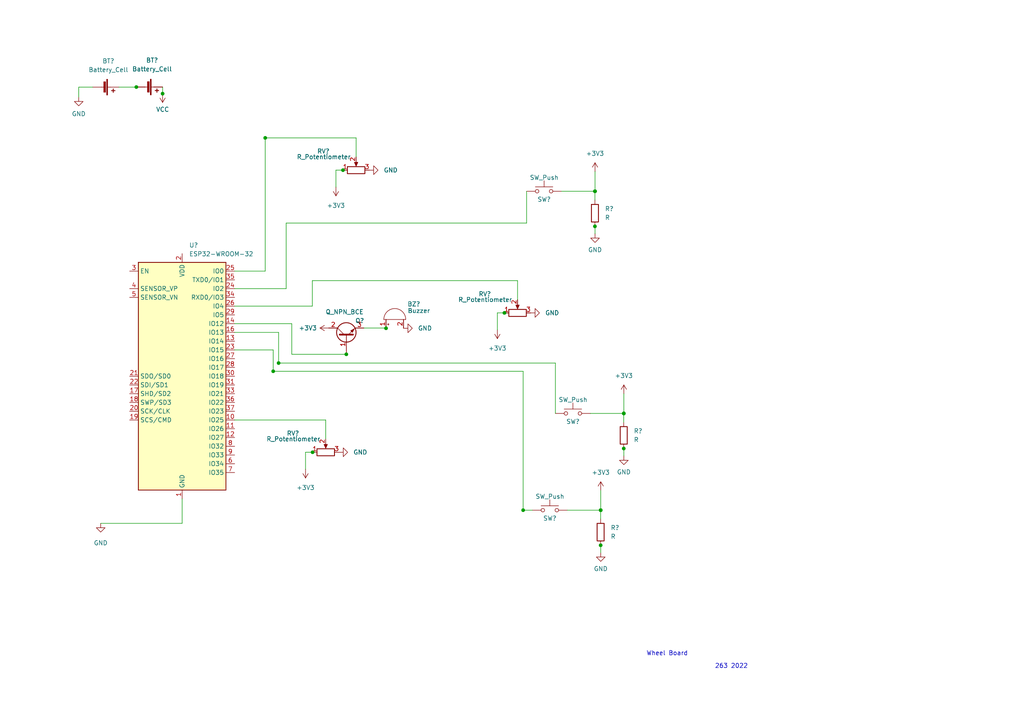
<source format=kicad_sch>
(kicad_sch (version 20211123) (generator eeschema)
  (paper "A4")
  (lib_symbols
    (symbol "Device:Battery_Cell" (pin_numbers hide) (pin_names (offset 0) hide)
      (property "Reference" "BT" (at 2.54 2.54 0))
      (property "Value" "Battery_Cell" (at 2.54 0 0))
      (symbol "Battery_Cell_0_1"
        (rectangle (start -2.286 1.778) (end 2.286 1.524) (fill (type outline)))
        (rectangle (start -1.5748 1.1938) (end 1.4732 0.6858) (fill (type outline)))
        (polyline (pts (xy 0 0.762) (xy 0 0)))
        (polyline (pts (xy 0 1.778) (xy 0 2.54)))
        (polyline (pts (xy 0.508 3.429) (xy 1.524 3.429)) (stroke (width 0.254)))
        (polyline (pts (xy 1.016 3.937) (xy 1.016 2.921)) (stroke (width 0.254)))
      )
      (symbol "Battery_Cell_1_1"
        (pin passive line (at 0 5.08 270) (length 2.54) (name "+") (number "1"))
        (pin passive line (at 0 -2.54 90) (length 2.54) (name "-") (number "2"))
      )
    )
    (symbol "Device:Buzzer" (pin_names (offset 0.0254) hide)
      (property "Reference" "BZ" (at 3.81 1.27 0))
      (property "Value" "Buzzer" (at 3.81 -1.27 0))
      (symbol "Buzzer_0_1"
        (arc (start 0 -3.175) (mid 3.175 0) (end 0 3.175))
        (polyline (pts (xy -1.651 1.905) (xy -1.143 1.905)))
        (polyline (pts (xy -1.397 2.159) (xy -1.397 1.651)))
        (polyline (pts (xy 0 3.175) (xy 0 -3.175)))
      )
      (symbol "Buzzer_1_1"
        (pin passive line (at -2.54 2.54 0) (length 2.54) (name "-") (number "1"))
        (pin passive line (at -2.54 -2.54 0) (length 2.54) (name "+") (number "2"))
      )
    )
    (symbol "Device:Q_NPN_BCE" (pin_names (offset 0) hide)
      (property "Reference" "Q" (at 5.08 1.27 0))
      (property "Value" "Q_NPN_BCE" (at 5.08 -1.27 0))
      (symbol "Q_NPN_BCE_0_1"
        (polyline (pts (xy 0.635 0.635) (xy 2.54 2.54)))
        (polyline (pts (xy 0.635 -0.635) (xy 2.54 -2.54) (xy 2.54 -2.54)))
        (polyline (pts (xy 0.635 1.905) (xy 0.635 -1.905) (xy 0.635 -1.905)) (stroke (width 0.508)))
        (polyline (pts (xy 1.27 -1.778) (xy 1.778 -1.27) (xy 2.286 -2.286) (xy 1.27 -1.778) (xy 1.27 -1.778)) (fill (type outline)))
        (circle (center 1.27 0) (radius 2.8194) (stroke (width 0.254)))
      )
      (symbol "Q_NPN_BCE_1_1"
        (pin input line (at -5.08 0 0) (length 5.715) (name "B") (number "1"))
        (pin passive line (at 2.54 5.08 270) (length 2.54) (name "C") (number "2"))
        (pin passive line (at 2.54 -5.08 90) (length 2.54) (name "E") (number "3"))
      )
    )
    (symbol "Device:R" (pin_numbers hide) (pin_names (offset 0))
      (property "Reference" "R" (at 2.032 0 90))
      (property "Value" "R" (at 0 0 90))
      (symbol "R_0_1"
        (rectangle (start -1.016 -2.54) (end 1.016 2.54) (stroke (width 0.254)))
      )
      (symbol "R_1_1"
        (pin passive line (at 0 3.81 270) (length 1.27) (name "~") (number "1"))
        (pin passive line (at 0 -3.81 90) (length 1.27) (name "~") (number "2"))
      )
    )
    (symbol "Device:R_Potentiometer" (pin_names (offset 1.016) hide)
      (property "Reference" "RV" (at -4.445 0 90))
      (property "Value" "R_Potentiometer" (at -2.54 0 90))
      (symbol "R_Potentiometer_0_1"
        (polyline (pts (xy 2.54 0) (xy 1.524 0)))
        (polyline (pts (xy 1.143 0) (xy 2.286 0.508) (xy 2.286 -0.508) (xy 1.143 0)) (fill (type outline)))
        (rectangle (start 1.016 2.54) (end -1.016 -2.54) (stroke (width 0.254)))
      )
      (symbol "R_Potentiometer_1_1"
        (pin passive line (at 0 3.81 270) (length 1.27) (name "1") (number "1"))
        (pin passive line (at 3.81 0 180) (length 1.27) (name "2") (number "2"))
        (pin passive line (at 0 -3.81 90) (length 1.27) (name "3") (number "3"))
      )
    )
    (symbol "RF_Module:ESP32-WROOM-32"
      (property "Reference" "U" (at -12.7 34.29 0))
      (property "Value" "ESP32-WROOM-32" (at 1.27 34.29 0))
      (symbol "ESP32-WROOM-32_0_1"
        (rectangle (start -12.7 33.02) (end 12.7 -33.02) (stroke (width 0.254)) (fill (type background)))
      )
      (symbol "ESP32-WROOM-32_1_1"
        (pin power_in line (at 0 -35.56 90) (length 2.54) (name "GND") (number "1"))
        (pin bidirectional line (at 15.24 -12.7 180) (length 2.54) (name "IO25") (number "10"))
        (pin bidirectional line (at 15.24 -15.24 180) (length 2.54) (name "IO26") (number "11"))
        (pin bidirectional line (at 15.24 -17.78 180) (length 2.54) (name "IO27") (number "12"))
        (pin bidirectional line (at 15.24 10.16 180) (length 2.54) (name "IO14") (number "13"))
        (pin bidirectional line (at 15.24 15.24 180) (length 2.54) (name "IO12") (number "14"))
        (pin passive line (at 0 -35.56 90) (length 2.54) hide (name "GND") (number "15"))
        (pin bidirectional line (at 15.24 12.7 180) (length 2.54) (name "IO13") (number "16"))
        (pin bidirectional line (at -15.24 -5.08 0) (length 2.54) (name "SHD/SD2") (number "17"))
        (pin bidirectional line (at -15.24 -7.62 0) (length 2.54) (name "SWP/SD3") (number "18"))
        (pin bidirectional line (at -15.24 -12.7 0) (length 2.54) (name "SCS/CMD") (number "19"))
        (pin power_in line (at 0 35.56 270) (length 2.54) (name "VDD") (number "2"))
        (pin bidirectional line (at -15.24 -10.16 0) (length 2.54) (name "SCK/CLK") (number "20"))
        (pin bidirectional line (at -15.24 0 0) (length 2.54) (name "SDO/SD0") (number "21"))
        (pin bidirectional line (at -15.24 -2.54 0) (length 2.54) (name "SDI/SD1") (number "22"))
        (pin bidirectional line (at 15.24 7.62 180) (length 2.54) (name "IO15") (number "23"))
        (pin bidirectional line (at 15.24 25.4 180) (length 2.54) (name "IO2") (number "24"))
        (pin bidirectional line (at 15.24 30.48 180) (length 2.54) (name "IO0") (number "25"))
        (pin bidirectional line (at 15.24 20.32 180) (length 2.54) (name "IO4") (number "26"))
        (pin bidirectional line (at 15.24 5.08 180) (length 2.54) (name "IO16") (number "27"))
        (pin bidirectional line (at 15.24 2.54 180) (length 2.54) (name "IO17") (number "28"))
        (pin bidirectional line (at 15.24 17.78 180) (length 2.54) (name "IO5") (number "29"))
        (pin input line (at -15.24 30.48 0) (length 2.54) (name "EN") (number "3"))
        (pin bidirectional line (at 15.24 0 180) (length 2.54) (name "IO18") (number "30"))
        (pin bidirectional line (at 15.24 -2.54 180) (length 2.54) (name "IO19") (number "31"))
        (pin no_connect line (at -12.7 -27.94 0) (length 2.54) hide (name "NC") (number "32"))
        (pin bidirectional line (at 15.24 -5.08 180) (length 2.54) (name "IO21") (number "33"))
        (pin bidirectional line (at 15.24 22.86 180) (length 2.54) (name "RXD0/IO3") (number "34"))
        (pin bidirectional line (at 15.24 27.94 180) (length 2.54) (name "TXD0/IO1") (number "35"))
        (pin bidirectional line (at 15.24 -7.62 180) (length 2.54) (name "IO22") (number "36"))
        (pin bidirectional line (at 15.24 -10.16 180) (length 2.54) (name "IO23") (number "37"))
        (pin passive line (at 0 -35.56 90) (length 2.54) hide (name "GND") (number "38"))
        (pin passive line (at 0 -35.56 90) (length 2.54) hide (name "GND") (number "39"))
        (pin input line (at -15.24 25.4 0) (length 2.54) (name "SENSOR_VP") (number "4"))
        (pin input line (at -15.24 22.86 0) (length 2.54) (name "SENSOR_VN") (number "5"))
        (pin input line (at 15.24 -25.4 180) (length 2.54) (name "IO34") (number "6"))
        (pin input line (at 15.24 -27.94 180) (length 2.54) (name "IO35") (number "7"))
        (pin bidirectional line (at 15.24 -20.32 180) (length 2.54) (name "IO32") (number "8"))
        (pin bidirectional line (at 15.24 -22.86 180) (length 2.54) (name "IO33") (number "9"))
      )
    )
    (symbol "Switch:SW_Push" (pin_numbers hide) (pin_names (offset 1.016) hide)
      (property "Reference" "SW" (at 1.27 2.54 0))
      (property "Value" "SW_Push" (at 0 -1.524 0))
      (symbol "SW_Push_0_1"
        (circle (center -2.032 0) (radius 0.508))
        (polyline (pts (xy 0 1.27) (xy 0 3.048)))
        (polyline (pts (xy 2.54 1.27) (xy -2.54 1.27)))
        (circle (center 2.032 0) (radius 0.508))
        (pin passive line (at -5.08 0 0) (length 2.54) (name "1") (number "1"))
        (pin passive line (at 5.08 0 180) (length 2.54) (name "2") (number "2"))
      )
    )
    (symbol "power:+3V3" (power) (pin_names (offset 0))
      (property "Value" "+3V3" (at 0 3.556 0))
      (symbol "+3V3_0_1"
        (polyline (pts (xy -0.762 1.27) (xy 0 2.54)))
        (polyline (pts (xy 0 0) (xy 0 2.54)))
        (polyline (pts (xy 0 2.54) (xy 0.762 1.27)))
      )
      (symbol "+3V3_1_1"
        (pin power_in line (at 0 0 90) (length 0) hide (name "+3V3") (number "1"))
      )
    )
    (symbol "power:GND" (power) (pin_names (offset 0))
      (property "Value" "GND" (at 0 -3.81 0))
      (symbol "GND_0_1"
        (polyline (pts (xy 0 0) (xy 0 -1.27) (xy 1.27 -1.27) (xy 0 -2.54) (xy -1.27 -1.27) (xy 0 -1.27)))
      )
      (symbol "GND_1_1"
        (pin power_in line (at 0 0 270) (length 0) hide (name "GND") (number "1"))
      )
    )
    (symbol "power:VCC" (power) (pin_names (offset 0))
      (property "Value" "VCC" (at 0 3.81 0))
      (symbol "VCC_0_1"
        (polyline (pts (xy -0.762 1.27) (xy 0 2.54)))
        (polyline (pts (xy 0 0) (xy 0 2.54)))
        (polyline (pts (xy 0 2.54) (xy 0.762 1.27)))
      )
      (symbol "VCC_1_1"
        (pin power_in line (at 0 0 90) (length 0) hide (name "VCC") (number "1"))
      )
    )
  )
  (junction (at 172.5511 65.6467))
  (junction (at 99.4797 49.3534))
  (junction (at 174.2092 158.1498))
  (junction (at 180.9087 119.9123))
  (junction (at 111.9617 95.2095))
  (junction (at 47.1558 27.159))
  (junction (at 174.2092 147.9742))
  (junction (at 146.301 90.7539))
  (junction (at 39.5441 25.2466))
  (junction (at 172.5511 55.4711))
  (junction (at 80.804 105.3009))
  (junction (at 76.9221 39.9932))
  (junction (at 100.4484 102.7628))
  (junction (at 90.6632 131.1746))
  (junction (at 180.9405 119.9123))
  (junction (at 151.7311 147.9742))
  (junction (at 180.9087 130.0879))
  (junction (at 174.241 147.9742))
  (junction (at 79.2382 107.6795))
  (junction (at 172.5829 55.4711))
  (wire (pts (xy 76.9221 39.9932) (xy 76.9221 78.6344)))
  (wire (pts (xy 80.804 96.4144) (xy 80.804 105.3009)))
  (wire (pts (xy 152.7331 64.7024) (xy 152.7331 55.4711)))
  (wire (pts (xy 144.2563 95.6707) (xy 144.2563 90.7494)))
  (wire (pts (xy 180.9405 119.9123) (xy 180.9405 114.1963)))
  (wire (pts (xy 174.2092 147.9742) (xy 174.241 147.9742)))
  (wire (pts (xy 29.2075 151.7927) (xy 52.8279 151.7927)))
  (wire (pts (xy 150.111 81.3937) (xy 150.111 86.9439)))
  (wire (pts (xy 151.7311 147.9742) (xy 154.3912 147.9742)))
  (wire (pts (xy 47.1641 25.2466) (xy 47.1641 27.159)))
  (wire (pts (xy 146.3388 90.7494) (xy 146.301 90.7539)))
  (wire (pts (xy 79.2382 101.4944) (xy 79.2382 107.6795)))
  (wire (pts (xy 76.8844 39.9932) (xy 76.9221 39.9932)))
  (wire (pts (xy 97.435 54.2702) (xy 97.435 49.3489)))
  (wire (pts (xy 99.5175 49.3489) (xy 99.4797 49.3534)))
  (wire (pts (xy 47.1641 27.159) (xy 47.1558 27.159)))
  (wire (pts (xy 68.0679 83.7144) (xy 83.0001 83.7144)))
  (wire (pts (xy 22.837 25.2759) (xy 22.837 28.1579)))
  (wire (pts (xy 79.2382 107.6795) (xy 151.7311 107.6795)))
  (wire (pts (xy 90.701 131.1701) (xy 90.6632 131.1746)))
  (wire (pts (xy 180.9405 130.0879) (xy 180.9087 130.0879)))
  (wire (pts (xy 80.804 96.4144) (xy 68.0679 96.4144)))
  (wire (pts (xy 80.804 105.3009) (xy 80.804 105.3575)))
  (wire (pts (xy 151.7311 107.6795) (xy 151.7311 147.9742)))
  (wire (pts (xy 174.241 158.1498) (xy 174.2092 158.1498)))
  (wire (pts (xy 84.6299 102.7628) (xy 100.4484 102.7628)))
  (wire (pts (xy 80.804 105.3009) (xy 161.0907 105.3009)))
  (wire (pts (xy 97.435 49.3489) (xy 99.5175 49.3489)))
  (wire (pts (xy 172.5511 55.4711) (xy 172.5829 55.4711)))
  (wire (pts (xy 90.589 81.3937) (xy 150.111 81.3937)))
  (wire (pts (xy 100.4484 102.7511) (xy 100.4484 102.7628)))
  (wire (pts (xy 164.5512 147.9742) (xy 174.2092 147.9742)))
  (wire (pts (xy 180.9087 119.9123) (xy 180.9405 119.9123)))
  (wire (pts (xy 83.0001 64.7024) (xy 152.7331 64.7024)))
  (wire (pts (xy 174.2092 150.5298) (xy 174.2092 147.9742)))
  (wire (pts (xy 171.2507 119.9123) (xy 180.9087 119.9123)))
  (wire (pts (xy 39.5441 25.2759) (xy 39.5441 25.2466)))
  (wire (pts (xy 111.9617 95.1428) (xy 111.9617 95.2095)))
  (wire (pts (xy 68.0679 121.8144) (xy 94.4732 121.8144)))
  (wire (pts (xy 151.7124 147.9742) (xy 151.7311 147.9742)))
  (wire (pts (xy 174.241 160.2852) (xy 174.241 158.1498)))
  (wire (pts (xy 52.8279 151.7927) (xy 52.8279 144.6744)))
  (wire (pts (xy 103.2897 39.9932) (xy 103.2897 45.5434)))
  (wire (pts (xy 180.9405 132.2233) (xy 180.9405 130.0879)))
  (wire (pts (xy 79.2382 107.6795) (xy 79.2382 107.7928)))
  (wire (pts (xy 172.5829 55.4711) (xy 172.5829 49.7551)))
  (wire (pts (xy 76.9221 78.6344) (xy 68.0679 78.6344)))
  (wire (pts (xy 162.8931 55.4711) (xy 172.5511 55.4711)))
  (wire (pts (xy 68.0679 93.8744) (xy 84.6299 93.8744)))
  (wire (pts (xy 88.6185 136.0914) (xy 88.6185 131.1701)))
  (wire (pts (xy 161.0907 105.3009) (xy 161.0907 119.9123)))
  (wire (pts (xy 34.4978 25.2759) (xy 39.5441 25.2759)))
  (wire (pts (xy 76.9221 39.9932) (xy 103.2897 39.9932)))
  (wire (pts (xy 144.2563 90.7494) (xy 146.3388 90.7494)))
  (wire (pts (xy 88.6185 131.1701) (xy 90.701 131.1701)))
  (wire (pts (xy 172.5829 67.7821) (xy 172.5829 65.6467)))
  (wire (pts (xy 84.6299 93.8744) (xy 84.6299 102.7628)))
  (wire (pts (xy 68.0679 88.7944) (xy 90.589 88.7944)))
  (wire (pts (xy 180.9087 122.4679) (xy 180.9087 119.9123)))
  (wire (pts (xy 172.5511 58.0267) (xy 172.5511 55.4711)))
  (wire (pts (xy 174.241 147.9742) (xy 174.241 142.2582)))
  (wire (pts (xy 172.5829 65.6467) (xy 172.5511 65.6467)))
  (wire (pts (xy 105.5284 95.1428) (xy 111.9617 95.1428)))
  (wire (pts (xy 83.0001 83.7144) (xy 83.0001 64.7024)))
  (wire (pts (xy 94.4732 121.8144) (xy 94.4732 127.3646)))
  (wire (pts (xy 26.8778 25.2759) (xy 22.837 25.2759)))
  (wire (pts (xy 68.0679 101.4944) (xy 79.2382 101.4944)))
  (wire (pts (xy 90.589 88.7944) (xy 90.589 81.3937)))
  (text "Wheel Board\n" (at 187.4507 190.3597 0) (effects (font (size 1.27 1.27)) (justify left bottom)))
  (text "263 2022" (at 207.3291 194.0409 0) (effects (font (size 1.27 1.27)) (justify left bottom)))
  (symbol (lib_id "power:VCC") (at 47.1558 27.159 180) (unit 1)
    (property "Reference" "#PWR?" (effects hide))
    (property "Value" "VCC" (at 47.1558 31.75 0))
  )
  (symbol (lib_id "power:+3V3") (at 95.3684 95.1428 90) (unit 1)
    (property "Reference" "#PWR?" (effects hide))
    (property "Value" "+3V3" (at 91.9375 95.1427 90) (effects (justify left)))
  )
  (symbol (lib_id "Switch:SW_Push") (at 157.8131 55.4711 0) (unit 1)
    (property "Reference" "SW?" (at 157.8306 57.8307 0))
    (property "Value" "SW_Push" (at 157.8518 51.4932 0))
  )
  (symbol (lib_id "power:GND") (at 29.2075 151.7927 0) (unit 1)
    (property "Reference" "#PWR?" (effects hide))
    (property "Value" "GND" (at 29.2075 157.48 0))
  )
  (symbol (lib_id "power:+3V3") (at 88.6185 136.0914 180) (unit 1)
    (property "Reference" "#PWR?" (effects hide))
    (property "Value" "+3V3" (at 88.6185 141.4357 0))
  )
  (symbol (lib_id "Switch:SW_Push") (at 159.4712 147.9742 0) (unit 1)
    (property "Reference" "SW?" (at 159.4887 150.3338 0))
    (property "Value" "SW_Push" (at 159.5099 143.9963 0))
  )
  (symbol (lib_id "Device:R_Potentiometer") (at 103.2897 49.3534 90) (unit 1)
    (property "Reference" "RV?" (at 93.803 43.8678 90))
    (property "Value" "R_Potentiometer" (at 93.9162 45.5101 90))
  )
  (symbol (lib_id "power:+3V3") (at 144.2563 95.6707 180) (unit 1)
    (property "Reference" "#PWR?" (effects hide))
    (property "Value" "+3V3" (at 144.2563 101.015 0))
  )
  (symbol (lib_id "RF_Module:ESP32-WROOM-32") (at 52.8279 109.1144 0) (unit 1)
    (property "Reference" "U?" (at 54.8473 71.12 0) (effects (justify left)))
    (property "Value" "ESP32-WROOM-32" (at 54.8473 73.66 0) (effects (justify left)))
    (property "Footprint" "RF_Module:ESP32-WROOM-32" (effects hide))
    (property "Datasheet" "https://www.espressif.com/sites/default/files/documentation/esp32-wroom-32_datasheet_en.pdf" (effects hide))
  )
  (symbol (lib_id "Device:R_Potentiometer") (at 150.111 90.7539 90) (unit 1)
    (property "Reference" "RV?" (at 140.6243 85.2683 90))
    (property "Value" "R_Potentiometer" (at 140.7375 86.9106 90))
  )
  (symbol (lib_id "Device:Battery_Cell") (at 29.4178 25.2759 270) (unit 1)
    (property "Reference" "BT?" (at 31.4498 17.7045 90))
    (property "Value" "Battery_Cell" (at 31.4498 20.2445 90))
  )
  (symbol (lib_id "power:GND") (at 98.2832 131.1746 90) (unit 1)
    (property "Reference" "#PWR?" (effects hide))
    (property "Value" "GND" (at 102.4562 131.1745 90) (effects (justify right)))
  )
  (symbol (lib_id "Device:R") (at 180.9087 126.2779 180) (unit 1)
    (property "Reference" "R?" (at 183.7964 125.0078 0) (effects (justify right)))
    (property "Value" "R" (at 183.7964 127.5478 0) (effects (justify right)))
  )
  (symbol (lib_id "power:GND") (at 22.837 28.1579 0) (unit 1)
    (property "Reference" "#PWR?" (effects hide))
    (property "Value" "GND" (at 22.837 33.02 0))
  )
  (symbol (lib_id "Device:R") (at 172.5511 61.8367 180) (unit 1)
    (property "Reference" "R?" (at 175.4388 60.5666 0) (effects (justify right)))
    (property "Value" "R" (at 175.4388 63.1066 0) (effects (justify right)))
  )
  (symbol (lib_id "power:GND") (at 172.5829 67.7821 0) (unit 1)
    (property "Reference" "#PWR?" (effects hide))
    (property "Value" "GND" (at 172.5829 72.4693 0))
  )
  (symbol (lib_id "power:GND") (at 117.0417 95.2095 90) (unit 1)
    (property "Reference" "#PWR?" (effects hide))
    (property "Value" "GND" (at 121.2147 95.2094 90) (effects (justify right)))
  )
  (symbol (lib_id "Device:Battery_Cell") (at 42.0841 25.2466 270) (unit 1)
    (property "Reference" "BT?" (at 44.1161 17.4864 90))
    (property "Value" "Battery_Cell" (at 44.1161 20.0264 90))
  )
  (symbol (lib_id "Device:Buzzer") (at 114.5017 92.6695 90) (unit 1)
    (property "Reference" "BZ?" (at 118.1451 88.1954 90) (effects (justify right)))
    (property "Value" "Buzzer" (at 118.2206 90.121 90) (effects (justify right)))
  )
  (symbol (lib_id "power:GND") (at 107.0997 49.3534 90) (unit 1)
    (property "Reference" "#PWR?" (effects hide))
    (property "Value" "GND" (at 111.2727 49.3533 90) (effects (justify right)))
  )
  (symbol (lib_id "Device:R_Potentiometer") (at 94.4732 131.1746 90) (unit 1)
    (property "Reference" "RV?" (at 84.9865 125.689 90))
    (property "Value" "R_Potentiometer" (at 85.0997 127.3313 90))
  )
  (symbol (lib_id "power:GND") (at 180.9405 132.2233 0) (unit 1)
    (property "Reference" "#PWR?" (effects hide))
    (property "Value" "GND" (at 180.9405 136.9105 0))
  )
  (symbol (lib_id "power:+3V3") (at 180.9405 114.1963 0) (unit 1)
    (property "Reference" "#PWR?" (effects hide))
    (property "Value" "+3V3" (at 180.9405 108.9705 0))
  )
  (symbol (lib_id "Device:R") (at 174.2092 154.3398 180) (unit 1)
    (property "Reference" "R?" (at 177.0969 153.0697 0) (effects (justify right)))
    (property "Value" "R" (at 177.0969 155.6097 0) (effects (justify right)))
  )
  (symbol (lib_id "Device:Q_NPN_BCE") (at 100.4484 97.6828 90) (unit 1)
    (property "Reference" "Q?" (at 105.662 93.0252 90) (effects (justify left)))
    (property "Value" "Q_NPN_BCE" (at 105.5076 90.4714 90) (effects (justify left)))
  )
  (symbol (lib_id "power:GND") (at 174.241 160.2852 0) (unit 1)
    (property "Reference" "#PWR?" (effects hide))
    (property "Value" "GND" (at 174.241 164.9724 0))
  )
  (symbol (lib_id "Switch:SW_Push") (at 166.1707 119.9123 0) (unit 1)
    (property "Reference" "SW?" (at 166.1882 122.2719 0))
    (property "Value" "SW_Push" (at 166.2094 115.9344 0))
  )
  (symbol (lib_id "power:+3V3") (at 174.241 142.2582 0) (unit 1)
    (property "Reference" "#PWR?" (effects hide))
    (property "Value" "+3V3" (at 174.241 137.0324 0))
  )
  (symbol (lib_id "power:+3V3") (at 172.5829 49.7551 0) (unit 1)
    (property "Reference" "#PWR?" (effects hide))
    (property "Value" "+3V3" (at 172.5829 44.5293 0))
  )
  (symbol (lib_id "power:GND") (at 153.921 90.7539 90) (unit 1)
    (property "Reference" "#PWR?" (effects hide))
    (property "Value" "GND" (at 158.094 90.7538 90) (effects (justify right)))
  )
  (symbol (lib_id "power:+3V3") (at 97.435 54.2702 180) (unit 1)
    (property "Reference" "#PWR?" (effects hide))
    (property "Value" "+3V3" (at 97.435 59.6145 0))
  )
)
</source>
